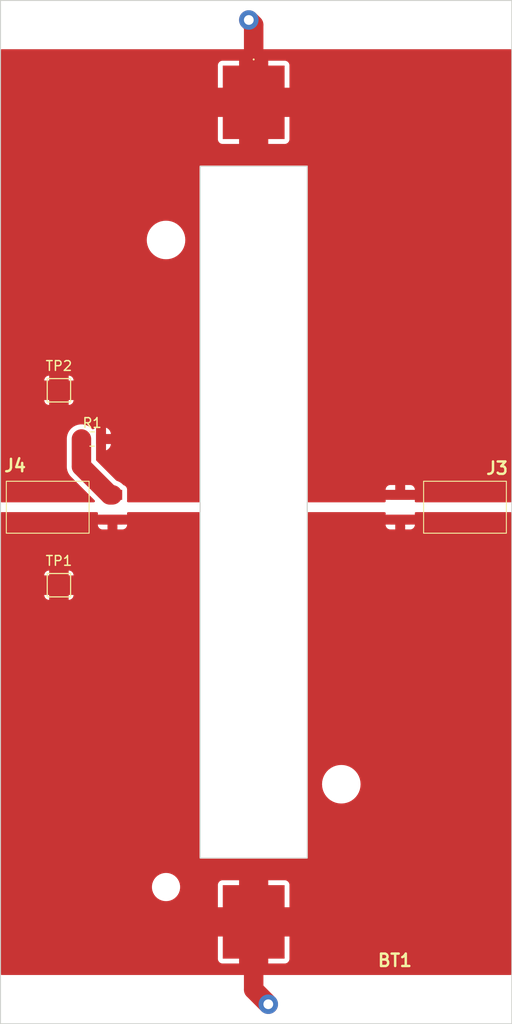
<source format=kicad_pcb>
(kicad_pcb (version 20221018) (generator pcbnew)
  (layers (0 "F.Cu" signal) (31 "B.Cu" signal) (34 "B.Paste" user) (35 "F.Paste" user) (36 "B.SilkS" user "B.Silkscreen") (37 "F.SilkS" user "F.Silkscreen") (38 "B.Mask" user) (39 "F.Mask" user) (44 "Edge.Cuts" user))
  (net 0 "")
  (net 1 "Net-(BT1-+)")
  (net 2 "Net-(BT1--)")
  (net 3 "Net-(J4-Pin_2)")
  (footprint "TestPoint:TestPoint_Pad_2.0x2.0mm" (layer "F.Cu") (at 62.5 110)
    (fp_text reference "TP1" (at 0 -2.5) (layer "F.SilkS"))
    (fp_text value "TestPoint" hide)
    (fp_line (start -1.2 -1.2) (end 1.2 -1.2) (stroke (width 0.12)) (layer "F.SilkS"))
    (fp_line (start -1.2 1.2) (end -1.2 -1.2) (stroke (width 0.12)) (layer "F.SilkS"))
    (fp_line (start 1.2 -1.2) (end 1.2 1.2) (stroke (width 0.12)) (layer "F.SilkS"))
    (fp_line (start 1.2 1.2) (end -1.2 1.2) (stroke (width 0.12)) (layer "F.SilkS"))
    (pad "1" smd rect (at 0 0) (size 2 2) (layers "F.Cu" "F.Mask") (net 2 "Net-(BT1--)"))
  )
  (footprint "UTSVT_Connectors:01x02_Horizontal_Male_Pin" (layer "F.Cu") (at 103 102 -90)
    (fp_text reference "J3" (at -4 -4.5 -180) (layer "F.SilkS") (effects (font (size 1.27 1.27) (thickness 0.254))))
    (fp_text value "~" hide)
    (fp_line (start -2.665 -5.45) (end 2.665 -5.45) (stroke (width 0.1)) (layer "F.SilkS"))
    (fp_line (start -2.665 3.05) (end -2.665 -5.45) (stroke (width 0.1)) (layer "F.SilkS"))
    (fp_line (start 2.665 -5.45) (end 2.665 3.05) (stroke (width 0.1)) (layer "F.SilkS"))
    (fp_line (start 2.665 3.05) (end -2.665 3.05) (stroke (width 0.1)) (layer "F.SilkS"))
    (pad "1" smd rect (at -1.27 5.45 270) (size 1.02 2) (layers "F.Cu" "F.Paste" "F.Mask") (net 1 "Net-(BT1-+)"))
    (pad "2" smd rect (at 1.27 5.45 270) (size 1.02 2) (layers "F.Cu" "F.Paste" "F.Mask") (net 2 "Net-(BT1--)"))
  )
  (footprint "TestPoint:TestPoint_Pad_2.0x2.0mm" (layer "F.Cu") (at 62.5 90)
    (fp_text reference "TP2" (at 0 -2.5) (layer "F.SilkS"))
    (fp_text value "TestPoint" hide)
    (fp_line (start -1.2 -1.2) (end 1.2 -1.2) (stroke (width 0.12)) (layer "F.SilkS"))
    (fp_line (start -1.2 1.2) (end -1.2 -1.2) (stroke (width 0.12)) (layer "F.SilkS"))
    (fp_line (start 1.2 -1.2) (end 1.2 1.2) (stroke (width 0.12)) (layer "F.SilkS"))
    (fp_line (start 1.2 1.2) (end -1.2 1.2) (stroke (width 0.12)) (layer "F.SilkS"))
    (pad "1" smd rect (at 0 0) (size 2 2) (layers "F.Cu" "F.Mask") (net 1 "Net-(BT1-+)"))
  )
  (footprint "UTSVT_Power:1122_with_cutout" (layer "F.Cu") (at 82.5 102.5 -90)
    (fp_text reference "BT1" (at 46 -14.5 -180) (layer "F.SilkS") (effects (font (size 1.27 1.27) (thickness 0.254))))
    (fp_text value "Battery_Cell" hide)
    (fp_line (start -46.5 0) (end -46.5 0) (stroke (width 0.1)) (layer "F.SilkS"))
    (fp_line (start -46.4 0) (end -46.4 0) (stroke (width 0.1)) (layer "F.SilkS"))
    (fp_arc (start -46.5 0) (mid -46.45 -0.05) (end -46.4 0) (stroke (width 0.1)) (layer "F.SilkS"))
    (fp_arc (start -46.4 0) (mid -46.45 0.05) (end -46.5 0) (stroke (width 0.1)) (layer "F.SilkS"))
    (fp_rect (start -35.5 -5.5) (end 35.5 5.5) (stroke (width 0.12)) (fill none) (layer "Edge.Cuts"))
    (pad "" np_thru_hole circle (at -27.925 9 270) (size 3.45 3.45) (drill 3.45) (layers "*.Cu" "*.Mask"))
    (pad "" np_thru_hole circle (at 27.925 -9 270) (size 3.45 3.45) (drill 3.45) (layers "*.Cu" "*.Mask"))
    (pad "" np_thru_hole circle (at 38.475 9 270) (size 2.39 2.39) (drill 2.39) (layers "*.Cu" "*.Mask"))
    (pad "1" smd rect (at -42.05 0) (size 6.35 7.54) (layers "F.Cu" "F.Paste" "F.Mask") (net 1 "Net-(BT1-+)"))
    (pad "2" smd rect (at 42.05 0) (size 6.35 7.54) (layers "F.Cu" "F.Paste" "F.Mask") (net 2 "Net-(BT1--)"))
  )
  (footprint "Resistor_SMD:R_0805_2012Metric" (layer "F.Cu") (at 65.9125 95)
    (fp_text reference "R1" (at 0 -1.65) (layer "F.SilkS"))
    (fp_text value "1" hide)
    (fp_line (start -0.227064 -0.735) (end 0.227064 -0.735) (stroke (width 0.12)) (layer "F.SilkS"))
    (fp_line (start -0.227064 0.735) (end 0.227064 0.735) (stroke (width 0.12)) (layer "F.SilkS"))
    (pad "1" smd roundrect (at -0.9125 0) (size 1.025 1.4) (layers "F.Cu" "F.Paste" "F.Mask") (roundrect_rratio 0.243902) (net 3 "Net-(J4-Pin_2)"))
    (pad "2" smd roundrect (at 0.9125 0) (size 1.025 1.4) (layers "F.Cu" "F.Paste" "F.Mask") (roundrect_rratio 0.243902) (net 1 "Net-(BT1-+)"))
  )
  (footprint "UTSVT_Connectors:01x02_Horizontal_Female_Socket" (layer "F.Cu") (at 62.55 102 90)
    (fp_text reference "J4" (at 4.270001 -4.55 180) (layer "F.SilkS") (effects (font (size 1.27 1.27) (thickness 0.254))))
    (fp_text value "~" hide)
    (fp_line (start -2.665 -5.45) (end 2.665 -5.45) (stroke (width 0.1)) (layer "F.SilkS"))
    (fp_line (start -2.665 3.05) (end -2.665 -5.45) (stroke (width 0.1)) (layer "F.SilkS"))
    (fp_line (start 2.665 -5.45) (end 2.665 3.05) (stroke (width 0.1)) (layer "F.SilkS"))
    (fp_line (start 2.665 3.05) (end -2.665 3.05) (stroke (width 0.1)) (layer "F.SilkS"))
    (pad "1" smd rect (at -1.27 5.45 90) (size 1.02 2) (layers "F.Cu" "F.Paste" "F.Mask") (net 2 "Net-(BT1--)"))
    (pad "2" smd rect (at 1.27 5.45 90) (size 1.02 2) (layers "F.Cu" "F.Paste" "F.Mask") (net 3 "Net-(J4-Pin_2)"))
  )
  (gr_line (start 109 50) (end 109 155) (stroke (width 0.1)) (layer "Edge.Cuts"))
  (gr_line (start 56.5 50) (end 109 50) (stroke (width 0.1)) (layer "Edge.Cuts"))
  (gr_line (start 109 155) (end 56.5 155) (stroke (width 0.1)) (layer "Edge.Cuts"))
  (gr_line (start 56.5 155) (end 56.5 50) (stroke (width 0.1)) (layer "Edge.Cuts"))
  (segment (start 82.5 52.5) (end 82 52) (width 2) (layer "F.Cu") (net 1))
  (segment (start 82.5 60.45) (end 82.5 52.5) (width 2) (layer "F.Cu") (net 1))
  (via (at 82 52) (size 2) (drill 1) (layers "F.Cu" "B.Cu") (net 1))
  (segment (start 82.5 151.5) (end 82.5 144.55) (width 2) (layer "F.Cu") (net 2))
  (segment (start 84 153) (end 82.5 151.5) (width 2) (layer "F.Cu") (net 2))
  (via (at 84 153) (size 2) (drill 1) (layers "F.Cu" "B.Cu") (net 2))
  (segment (start 68 100.73) (end 67.729999 100.73) (width 2) (layer "F.Cu") (net 3))
  (segment (start 67.729999 100.73) (end 64.8125 97.812501) (width 2) (layer "F.Cu") (net 3))
  (segment (start 64.8125 97.812501) (end 64.8125 95) (width 2) (layer "F.Cu") (net 3))
  (zone (net 1) (net_name "Net-(BT1-+)") (layer "F.Cu") (priority 1) (connect_pads (clearance 0.5)) (min_thickness 0.25) (fill yes (thermal_gap 0.5) (thermal_bridge_width 3))
    (polygon (pts (xy 56.5 55) (xy 109 55) (xy 109 101.5) (xy 56.5 101.5)))
  )
  (zone (net 2) (net_name "Net-(BT1--)") (layer "F.Cu") (connect_pads (clearance 0.5)) (min_thickness 0.25) (fill yes (thermal_gap 0.5) (thermal_bridge_width 3))
    (polygon (pts (xy 56.5 102.5) (xy 109 102.5) (xy 109 150) (xy 56.5 150)))
  )
)
</source>
